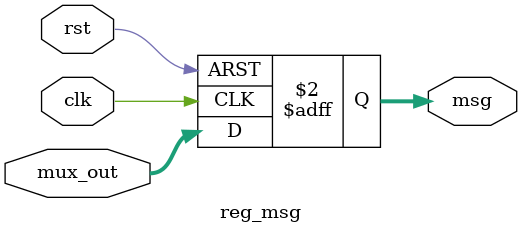
<source format=sv>
module SistemaMantenimiento(
	input logic M, clk, rst,
	output reg [7:0] msg, cont_mant, cont_ciclos
);
	
	logic enable_mant, t0, rst_ciclos, mux_sel;
	reg [7:0] mux_out;
	
	
	//comparador si cont_ciclos es mayor a 200, resultado se almacena en t0
	comparador comp (
		cont_ciclos, 200,
		t0
	);

	//Máquina de estados responsable del control
	FSMmantenimiento FSM(
		M, t0, clk, rst,
		enable_mant, rst_ciclos, mux_sel
	);
	
	//contador de ciclos
	reg_ciclos ciclos (
		rst_ciclos, rst, clk,
		cont_ciclos
	);
	
	//contador de mant
	reg_mant mant (
		enable_mant, rst, clk,
		cont_mant
	);
	
	//Mux para escoger entre enable_mant o 0xFF según mux_sel
	mux1bit m (
		cont_mant, 8'b11111111, mux_sel,
		mux_out
	);
	
	//registro de mensaje
	reg_msg r_msg (
		mux_out, rst, clk,
		msg
	);
	
	
	
endmodule


//Multiplexor con linea de seleccion de un bit
module mux1bit(
	input reg[7:0] in0, input reg[7:0] in1, input sel,
	output reg[7:0] mux_out
);

	always @(in0, in1, sel)
		if (sel) mux_out = in1;
		else mux_out = in0;

endmodule


//comparador de op1 mayor que op2
module comparador (
	input reg[7:0] op1, op2,
	output mayor
);

	assign mayor = (op1 >= op2);

endmodule


//Registro para contar la cantidad de veces que se ha realizado el mantenimiento
module reg_mant(
	input enable_mant, rst, clk,
	output reg [7:0] cont_mant
);


	always_ff @(posedge clk or posedge rst)
		if (rst) cont_mant = 0;
		else if (enable_mant) cont_mant = cont_mant + 1;
	

endmodule


//Registro para contar la cantidad de ciclos o resetear a cero la cantidad de ciclos
module reg_ciclos(
	input rst_ciclos, rst, clk,
	output reg [7:0] cont_ciclos
);
	
	always_ff @(posedge clk or posedge rst or posedge rst_ciclos)
		if (rst || rst_ciclos) cont_ciclos = 0;
		else cont_ciclos = cont_ciclos + 1;

endmodule


//Registro de mensaje según linea de selección del MUX
module reg_msg(
	input reg [7:0] mux_out, input rst, input clk,
	output reg [7:0] msg
);

	always_ff @(posedge clk or posedge rst)
		if (rst) msg = 0;
		else msg = mux_out;
		
endmodule

</source>
